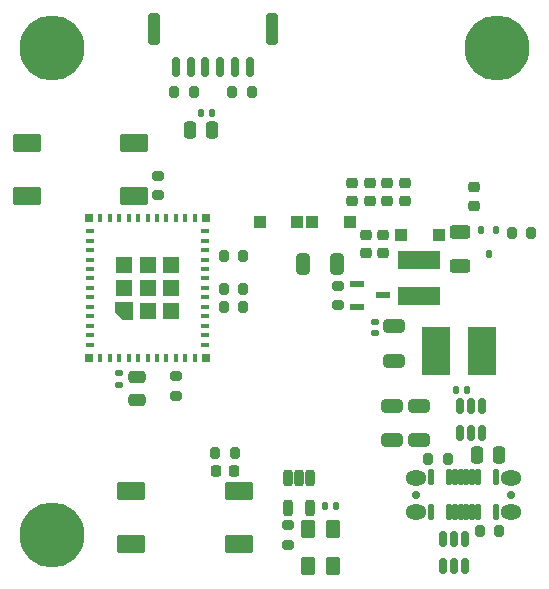
<source format=gts>
%TF.GenerationSoftware,KiCad,Pcbnew,9.0.6*%
%TF.CreationDate,2025-12-10T11:17:06+01:00*%
%TF.ProjectId,CO2Monitor,434f324d-6f6e-4697-946f-722e6b696361,rev?*%
%TF.SameCoordinates,PX83b1de0PY8351ad0*%
%TF.FileFunction,Soldermask,Top*%
%TF.FilePolarity,Negative*%
%FSLAX46Y46*%
G04 Gerber Fmt 4.6, Leading zero omitted, Abs format (unit mm)*
G04 Created by KiCad (PCBNEW 9.0.6) date 2025-12-10 11:17:06*
%MOMM*%
%LPD*%
G01*
G04 APERTURE LIST*
G04 Aperture macros list*
%AMRoundRect*
0 Rectangle with rounded corners*
0 $1 Rounding radius*
0 $2 $3 $4 $5 $6 $7 $8 $9 X,Y pos of 4 corners*
0 Add a 4 corners polygon primitive as box body*
4,1,4,$2,$3,$4,$5,$6,$7,$8,$9,$2,$3,0*
0 Add four circle primitives for the rounded corners*
1,1,$1+$1,$2,$3*
1,1,$1+$1,$4,$5*
1,1,$1+$1,$6,$7*
1,1,$1+$1,$8,$9*
0 Add four rect primitives between the rounded corners*
20,1,$1+$1,$2,$3,$4,$5,0*
20,1,$1+$1,$4,$5,$6,$7,0*
20,1,$1+$1,$6,$7,$8,$9,0*
20,1,$1+$1,$8,$9,$2,$3,0*%
%AMFreePoly0*
4,1,6,0.725000,-0.725000,-0.725000,-0.725000,-0.725000,0.125000,-0.125000,0.725000,0.725000,0.725000,0.725000,-0.725000,0.725000,-0.725000,$1*%
G04 Aperture macros list end*
%ADD10C,0.710000*%
%ADD11RoundRect,0.102000X0.150000X0.575000X-0.150000X0.575000X-0.150000X-0.575000X0.150000X-0.575000X0*%
%ADD12O,1.804000X1.304000*%
%ADD13RoundRect,0.200000X0.200000X0.275000X-0.200000X0.275000X-0.200000X-0.275000X0.200000X-0.275000X0*%
%ADD14RoundRect,0.225000X-0.250000X0.225000X-0.250000X-0.225000X0.250000X-0.225000X0.250000X0.225000X0*%
%ADD15RoundRect,0.140000X-0.140000X-0.170000X0.140000X-0.170000X0.140000X0.170000X-0.140000X0.170000X0*%
%ADD16R,1.150000X0.600000*%
%ADD17RoundRect,0.200000X-0.200000X-0.275000X0.200000X-0.275000X0.200000X0.275000X-0.200000X0.275000X0*%
%ADD18RoundRect,0.225000X0.250000X-0.225000X0.250000X0.225000X-0.250000X0.225000X-0.250000X-0.225000X0*%
%ADD19R,1.000000X1.130000*%
%ADD20R,3.600000X1.500000*%
%ADD21RoundRect,0.150000X0.150000X0.700000X-0.150000X0.700000X-0.150000X-0.700000X0.150000X-0.700000X0*%
%ADD22RoundRect,0.250000X0.250000X1.100000X-0.250000X1.100000X-0.250000X-1.100000X0.250000X-1.100000X0*%
%ADD23RoundRect,0.150000X0.150000X-0.512500X0.150000X0.512500X-0.150000X0.512500X-0.150000X-0.512500X0*%
%ADD24RoundRect,0.200000X-0.275000X0.200000X-0.275000X-0.200000X0.275000X-0.200000X0.275000X0.200000X0*%
%ADD25RoundRect,0.250000X0.250000X0.475000X-0.250000X0.475000X-0.250000X-0.475000X0.250000X-0.475000X0*%
%ADD26RoundRect,0.200000X0.275000X-0.200000X0.275000X0.200000X-0.275000X0.200000X-0.275000X-0.200000X0*%
%ADD27RoundRect,0.250000X-0.650000X0.325000X-0.650000X-0.325000X0.650000X-0.325000X0.650000X0.325000X0*%
%ADD28RoundRect,0.250000X0.475000X-0.250000X0.475000X0.250000X-0.475000X0.250000X-0.475000X-0.250000X0*%
%ADD29RoundRect,0.140000X-0.170000X0.140000X-0.170000X-0.140000X0.170000X-0.140000X0.170000X0.140000X0*%
%ADD30RoundRect,0.102000X-1.050000X-0.700000X1.050000X-0.700000X1.050000X0.700000X-1.050000X0.700000X0*%
%ADD31RoundRect,0.250000X-0.325000X-0.650000X0.325000X-0.650000X0.325000X0.650000X-0.325000X0.650000X0*%
%ADD32RoundRect,0.198500X-0.198500X0.508500X-0.198500X-0.508500X0.198500X-0.508500X0.198500X0.508500X0*%
%ADD33RoundRect,0.102000X1.050000X0.700000X-1.050000X0.700000X-1.050000X-0.700000X1.050000X-0.700000X0*%
%ADD34RoundRect,0.225000X-0.225000X-0.250000X0.225000X-0.250000X0.225000X0.250000X-0.225000X0.250000X0*%
%ADD35C,5.500000*%
%ADD36RoundRect,0.140000X0.140000X0.170000X-0.140000X0.170000X-0.140000X-0.170000X0.140000X-0.170000X0*%
%ADD37RoundRect,0.112500X0.112500X0.237500X-0.112500X0.237500X-0.112500X-0.237500X0.112500X-0.237500X0*%
%ADD38RoundRect,0.250000X-0.625000X0.312500X-0.625000X-0.312500X0.625000X-0.312500X0.625000X0.312500X0*%
%ADD39RoundRect,0.250000X-0.250000X-0.475000X0.250000X-0.475000X0.250000X0.475000X-0.250000X0.475000X0*%
%ADD40RoundRect,0.150000X-0.150000X0.512500X-0.150000X-0.512500X0.150000X-0.512500X0.150000X0.512500X0*%
%ADD41R,2.350000X4.050000*%
%ADD42R,0.400000X0.800000*%
%ADD43R,0.800000X0.400000*%
%ADD44FreePoly0,90.000000*%
%ADD45R,1.450000X1.450000*%
%ADD46R,0.700000X0.700000*%
%ADD47RoundRect,0.102000X0.450000X-0.650000X0.450000X0.650000X-0.450000X0.650000X-0.450000X-0.650000X0*%
G04 APERTURE END LIST*
D10*
%TO.C,J2*%
X43808001Y8375499D03*
X35808001Y8375499D03*
D11*
X42558001Y6890499D03*
X41058001Y6890499D03*
X40558001Y6890499D03*
X40058001Y6890499D03*
X39558001Y6890499D03*
X39058001Y6890499D03*
X38558001Y6890499D03*
X37058001Y6890499D03*
X37058001Y9860499D03*
X38558001Y9860499D03*
X39058001Y9860499D03*
X39558001Y9860499D03*
X40058001Y9860499D03*
X40558001Y9860499D03*
X41058001Y9860499D03*
X42558001Y9860499D03*
D12*
X43808001Y6945499D03*
X35808001Y6945499D03*
X43808001Y9805499D03*
X35808001Y9805499D03*
%TD*%
D13*
%TO.C,R9*%
X21163000Y25768000D03*
X19513000Y25768000D03*
%TD*%
D14*
%TO.C,C5*%
X31883000Y34810500D03*
X31883000Y33260500D03*
%TD*%
D15*
%TO.C,C12*%
X39148000Y17278885D03*
X40108000Y17278885D03*
%TD*%
D16*
%TO.C,Q2*%
X30783000Y26210500D03*
X30783000Y24310500D03*
X32983000Y25260500D03*
%TD*%
D17*
%TO.C,R4*%
X41183001Y5325499D03*
X42833001Y5325499D03*
%TD*%
D18*
%TO.C,C6*%
X33033000Y28860500D03*
X33033000Y30410500D03*
%TD*%
D19*
%TO.C,D2*%
X27008000Y31460500D03*
X30158000Y31460500D03*
%TD*%
D20*
%TO.C,L1*%
X36083000Y25235500D03*
X36083000Y28285500D03*
%TD*%
D15*
%TO.C,C18*%
X28048000Y7418000D03*
X29008000Y7418000D03*
%TD*%
D21*
%TO.C,J3*%
X21713000Y44588000D03*
X20463000Y44588000D03*
X19213000Y44588000D03*
X17963000Y44588000D03*
X16713000Y44588000D03*
X15463000Y44588000D03*
D22*
X23563000Y47788000D03*
X13613000Y47788000D03*
%TD*%
D13*
%TO.C,R3*%
X38483001Y11410500D03*
X36833001Y11410500D03*
%TD*%
D18*
%TO.C,C7*%
X31533000Y28860500D03*
X31533000Y30410500D03*
%TD*%
D23*
%TO.C,U3*%
X39478000Y13603885D03*
X40428000Y13603885D03*
X41378000Y13603885D03*
X41378000Y15878885D03*
X40428000Y15878885D03*
X39478000Y15878885D03*
%TD*%
D17*
%TO.C,R8*%
X15308000Y42473000D03*
X16958000Y42473000D03*
%TD*%
D13*
%TO.C,R2*%
X45533000Y30578000D03*
X43883000Y30578000D03*
%TD*%
D24*
%TO.C,R13*%
X15448000Y18403000D03*
X15448000Y16753000D03*
%TD*%
D25*
%TO.C,C14*%
X18548000Y39308000D03*
X16648000Y39308000D03*
%TD*%
D26*
%TO.C,R12*%
X29183000Y24410500D03*
X29183000Y26060500D03*
%TD*%
D27*
%TO.C,C20*%
X33768000Y15933000D03*
X33768000Y12983000D03*
%TD*%
D14*
%TO.C,C3*%
X33353000Y34810500D03*
X33353000Y33260500D03*
%TD*%
D26*
%TO.C,R14*%
X24938000Y4138000D03*
X24938000Y5788000D03*
%TD*%
D19*
%TO.C,D3*%
X22558000Y31460500D03*
X25708000Y31460500D03*
%TD*%
D28*
%TO.C,C16*%
X12148000Y16448000D03*
X12148000Y18348000D03*
%TD*%
D14*
%TO.C,C2*%
X34833000Y34810500D03*
X34833000Y33260500D03*
%TD*%
D29*
%TO.C,C10*%
X32283000Y23040500D03*
X32283000Y22080500D03*
%TD*%
D30*
%TO.C,SW2*%
X2825500Y38208000D03*
X11925500Y38208000D03*
X2825500Y33708000D03*
X11925500Y33708000D03*
%TD*%
D31*
%TO.C,C8*%
X26183000Y27910500D03*
X29133000Y27910500D03*
%TD*%
D27*
%TO.C,C19*%
X36068000Y15933000D03*
X36068000Y12983000D03*
%TD*%
D32*
%TO.C,U2*%
X26838000Y9803000D03*
X25888000Y9803000D03*
X24938000Y9803000D03*
X24938000Y7293000D03*
X26838000Y7293000D03*
%TD*%
D33*
%TO.C,SW1*%
X20798000Y4198000D03*
X11698000Y4198000D03*
X20798000Y8698000D03*
X11698000Y8698000D03*
%TD*%
D34*
%TO.C,C13*%
X18828000Y10428000D03*
X20378000Y10428000D03*
%TD*%
D17*
%TO.C,R11*%
X19513000Y28608000D03*
X21163000Y28608000D03*
%TD*%
D35*
%TO.C,H3*%
X42688000Y46185000D03*
%TD*%
D36*
%TO.C,C15*%
X18548000Y40748000D03*
X17588000Y40748000D03*
%TD*%
D37*
%TO.C,Q1*%
X42580500Y30810500D03*
X41280500Y30810500D03*
X41930500Y28810500D03*
%TD*%
D38*
%TO.C,R1*%
X39483000Y30673000D03*
X39483000Y27748000D03*
%TD*%
D24*
%TO.C,R6*%
X13948000Y35413000D03*
X13948000Y33763000D03*
%TD*%
D39*
%TO.C,C11*%
X40943419Y11715284D03*
X42843419Y11715284D03*
%TD*%
D40*
%TO.C,U1*%
X39958001Y4662999D03*
X39008001Y4662999D03*
X38058001Y4662999D03*
X38058001Y2387999D03*
X39008001Y2387999D03*
X39958001Y2387999D03*
%TD*%
D41*
%TO.C,L2*%
X41352000Y20586000D03*
X37452000Y20586000D03*
%TD*%
D14*
%TO.C,C4*%
X30383000Y34810500D03*
X30383000Y33260500D03*
%TD*%
D19*
%TO.C,D1*%
X34558000Y30410500D03*
X37708000Y30410500D03*
%TD*%
D29*
%TO.C,C17*%
X10668000Y18658000D03*
X10668000Y17698000D03*
%TD*%
D35*
%TO.C,H2*%
X4975000Y46185000D03*
%TD*%
D27*
%TO.C,C9*%
X33933000Y22635500D03*
X33933000Y19685500D03*
%TD*%
D14*
%TO.C,C1*%
X40683000Y34410500D03*
X40683000Y32860500D03*
%TD*%
D17*
%TO.C,R5*%
X18778000Y11898000D03*
X20428000Y11898000D03*
%TD*%
D35*
%TO.C,H1*%
X4975000Y4975000D03*
%TD*%
D42*
%TO.C,U4*%
X9063000Y19998000D03*
X9863000Y19998000D03*
X10663000Y19998000D03*
X11463000Y19998000D03*
X12263000Y19998000D03*
X13063000Y19998000D03*
X13863000Y19998000D03*
X14663000Y19998000D03*
X15463000Y19998000D03*
X16263000Y19998000D03*
X17063000Y19998000D03*
D43*
X17963000Y21098000D03*
X17963000Y21898000D03*
X17963000Y22698000D03*
X17963000Y23498000D03*
X17963000Y24298000D03*
X17963000Y25098000D03*
X17963000Y25898000D03*
X17963000Y26698000D03*
X17963000Y27498000D03*
X17963000Y28298000D03*
X17963000Y29098000D03*
X17963000Y29898000D03*
X17963000Y30698000D03*
D42*
X17063000Y31798000D03*
X16263000Y31798000D03*
X15463000Y31798000D03*
X14663000Y31798000D03*
X13863000Y31798000D03*
X13063000Y31798000D03*
X12263000Y31798000D03*
X11463000Y31798000D03*
X10663000Y31798000D03*
X9863000Y31798000D03*
X9063000Y31798000D03*
D43*
X8163000Y30698000D03*
X8163000Y29898000D03*
X8163000Y29098000D03*
X8163000Y28298000D03*
X8163000Y27498000D03*
X8163000Y26698000D03*
X8163000Y25898000D03*
X8163000Y25098000D03*
X8163000Y24298000D03*
X8163000Y23498000D03*
X8163000Y22698000D03*
X8163000Y21898000D03*
X8163000Y21098000D03*
D44*
X11088000Y23923000D03*
D45*
X13063000Y23923000D03*
X15038000Y23923000D03*
X11088000Y25898000D03*
X13063000Y25898000D03*
X15038000Y25898000D03*
X11088000Y27873000D03*
X13063000Y27873000D03*
X15038000Y27873000D03*
D46*
X8113000Y31848000D03*
X18013000Y31848000D03*
X18013000Y19948000D03*
X8113000Y19948000D03*
%TD*%
D13*
%TO.C,R10*%
X21163000Y24298000D03*
X19513000Y24298000D03*
%TD*%
D47*
%TO.C,D4*%
X26608000Y2348000D03*
X28748000Y2348000D03*
X28748000Y5528000D03*
X26608000Y5528000D03*
%TD*%
D13*
%TO.C,R7*%
X21868000Y42508000D03*
X20218000Y42508000D03*
%TD*%
M02*

</source>
